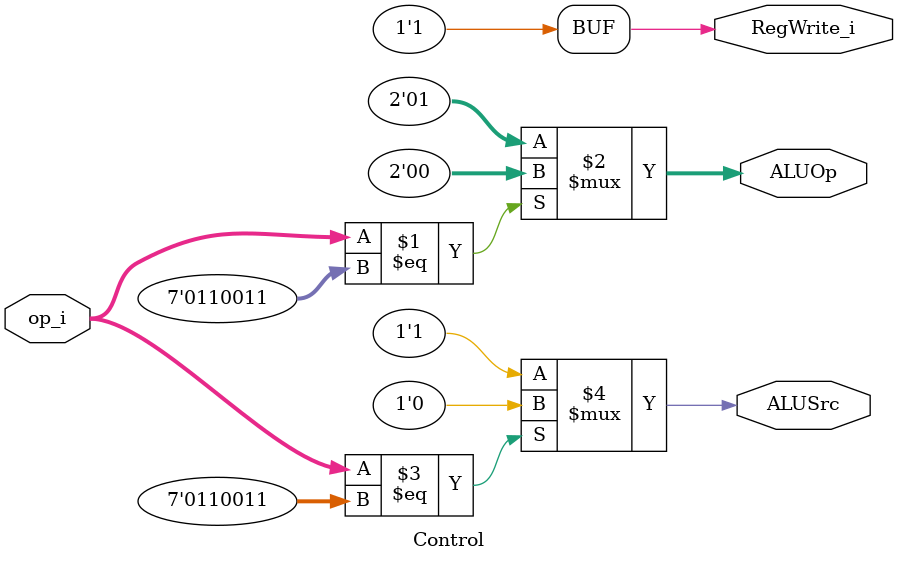
<source format=v>
module Control
(
    op_i,
    ALUOp,
    ALUSrc,
    RegWrite_i
);

input   [6:0]   op_i;
output  [1:0]   ALUOp;
output          ALUSrc;
output          RegWrite_i;

assign  ALUOp = (op_i == 7'b0110011) ? 2'b00 : 2'b01;

assign  ALUSrc = (op_i == 7'b0110011) ? 1'b0 : 1'b1;

assign  RegWrite_i = 1'b1;


endmodule
</source>
